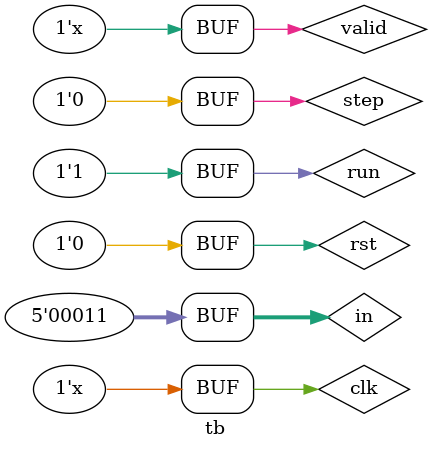
<source format=v>
`timescale 1ns / 1ps


module tb();
    reg        clk;
    reg        step;
    reg        rst;
    reg        run;
    reg        valid;
    reg  [4:0] in;
    wire       ready;
    wire [1:0] check;
    wire [4:0] out_0;
    wire [2:0] an;
    wire [3:0] seg;
    initial begin
        clk   <= 1'b0;
        step  <= 1'b0;
        rst   <= 1'b0;
        run   <= 1'b0;
        valid <= 1'b0;
        in    <= 4'h0;
        #1
        rst   <= 1'b1;
        #1
        rst   <= 1'b0;
        run   <= 1'b1;
        in    <= 4'h2;
        #58
        in    <= 4'h3;
    end
    always #1  clk   <= ~clk;
    always #12 valid <= ~valid;

    main Main(
        .clk   (clk),
        .step  (step),
        .rst   (rst),
        .run   (run),
        .valid (valid),
        .in    (in),
        .ready (ready),
        .check (check),
        .out_0 (out_0),
        .an    (an),
        .seg   (seg)
    );

endmodule
</source>
